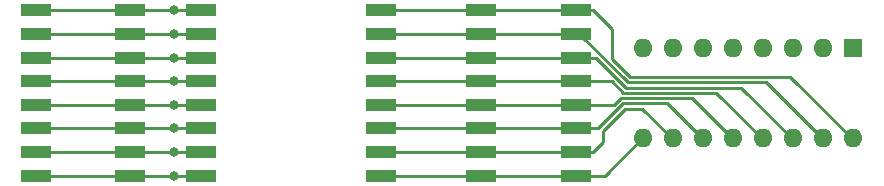
<source format=gbr>
G04 #@! TF.GenerationSoftware,KiCad,Pcbnew,(5.1.5)-3*
G04 #@! TF.CreationDate,2020-02-22T19:18:29-08:00*
G04 #@! TF.ProjectId,ESP07,45535030-372e-46b6-9963-61645f706362,rev?*
G04 #@! TF.SameCoordinates,Original*
G04 #@! TF.FileFunction,Copper,L1,Top*
G04 #@! TF.FilePolarity,Positive*
%FSLAX46Y46*%
G04 Gerber Fmt 4.6, Leading zero omitted, Abs format (unit mm)*
G04 Created by KiCad (PCBNEW (5.1.5)-3) date 2020-02-22 19:18:29*
%MOMM*%
%LPD*%
G04 APERTURE LIST*
%ADD10O,1.600000X1.600000*%
%ADD11R,1.600000X1.600000*%
%ADD12R,2.500000X1.000000*%
%ADD13C,0.800000*%
%ADD14C,0.250000*%
G04 APERTURE END LIST*
D10*
X200279000Y-104114600D03*
X182499000Y-96494600D03*
X197739000Y-104114600D03*
X185039000Y-96494600D03*
X195199000Y-104114600D03*
X187579000Y-96494600D03*
X192659000Y-104114600D03*
X190119000Y-96494600D03*
X190119000Y-104114600D03*
X192659000Y-96494600D03*
X187579000Y-104114600D03*
X195199000Y-96494600D03*
X185039000Y-104114600D03*
X197739000Y-96494600D03*
X182499000Y-104114600D03*
D11*
X200279000Y-96494600D03*
D12*
X176754000Y-105297000D03*
X176754000Y-107297000D03*
X176754000Y-103297000D03*
X176754000Y-95297000D03*
X176754000Y-93297000D03*
X176754000Y-97297000D03*
X176754000Y-99297000D03*
X176754000Y-101297000D03*
X168754000Y-107297000D03*
X168754000Y-97297000D03*
X168754000Y-105297000D03*
X168754000Y-103297000D03*
X168754000Y-101297000D03*
X168754000Y-95297000D03*
X168754000Y-93297000D03*
X168754000Y-99297000D03*
X131054000Y-99297000D03*
X131054000Y-101297000D03*
X131054000Y-93297000D03*
X131054000Y-103297000D03*
X131054000Y-95297000D03*
X131054000Y-107297000D03*
X131054000Y-97297000D03*
X131054000Y-105297000D03*
X139054000Y-93297000D03*
X139054000Y-97297000D03*
X139054000Y-105297000D03*
X139054000Y-95297000D03*
X139054000Y-99297000D03*
X139054000Y-101297000D03*
X139054000Y-103297000D03*
X139054000Y-107297000D03*
X145054000Y-93297000D03*
X145054000Y-95297000D03*
X145054000Y-97297000D03*
X145054000Y-99297000D03*
X145054000Y-101297000D03*
X145054000Y-103297000D03*
X145054000Y-105297000D03*
X145054000Y-107297000D03*
X160254000Y-107297000D03*
X160254000Y-105297000D03*
X160254000Y-103297000D03*
X160254000Y-101297000D03*
X160254000Y-99297000D03*
X160254000Y-97297000D03*
X160254000Y-95297000D03*
X160254000Y-93297000D03*
D13*
X142748000Y-99297000D03*
X142748000Y-101297000D03*
X142748000Y-93297000D03*
X142748000Y-103297000D03*
X142748000Y-95297000D03*
X142748000Y-107297000D03*
X142748000Y-97297000D03*
X142748000Y-105297000D03*
D14*
X161754000Y-105297000D02*
X176754000Y-105297000D01*
X160254000Y-105297000D02*
X161754000Y-105297000D01*
X179070000Y-104481000D02*
X179070000Y-103507820D01*
X176754000Y-105297000D02*
X178254000Y-105297000D01*
X178254000Y-105297000D02*
X179070000Y-104481000D01*
X179070000Y-103507820D02*
X180944760Y-101633060D01*
X182405060Y-101633060D02*
X184912000Y-104140000D01*
X180944760Y-101633060D02*
X182405060Y-101633060D01*
X160254000Y-107297000D02*
X176754000Y-107297000D01*
X179215000Y-107297000D02*
X176754000Y-107297000D01*
X182372000Y-104140000D02*
X179215000Y-107297000D01*
X160254000Y-103297000D02*
X176754000Y-103297000D01*
X184495050Y-101183050D02*
X187452000Y-104140000D01*
X180758360Y-101183050D02*
X184495050Y-101183050D01*
X176754000Y-103297000D02*
X178644410Y-103297000D01*
X178644410Y-103297000D02*
X180758360Y-101183050D01*
X160254000Y-95297000D02*
X176754000Y-95297000D01*
X177083590Y-95297000D02*
X181169600Y-99383010D01*
X176754000Y-95297000D02*
X177083590Y-95297000D01*
X192855010Y-99383010D02*
X197612000Y-104140000D01*
X181169600Y-99383010D02*
X192855010Y-99383010D01*
X161754000Y-93297000D02*
X176754000Y-93297000D01*
X160254000Y-93297000D02*
X161754000Y-93297000D01*
X178254000Y-93297000D02*
X179832000Y-94875000D01*
X176754000Y-93297000D02*
X178254000Y-93297000D01*
X179832000Y-94875000D02*
X179832000Y-97409000D01*
X179832000Y-97409000D02*
X181356000Y-98933000D01*
X194945000Y-98933000D02*
X200152000Y-104140000D01*
X181356000Y-98933000D02*
X194945000Y-98933000D01*
X161754000Y-97297000D02*
X176754000Y-97297000D01*
X160254000Y-97297000D02*
X161754000Y-97297000D01*
X178447180Y-97297000D02*
X180983200Y-99833020D01*
X176754000Y-97297000D02*
X178447180Y-97297000D01*
X190765020Y-99833020D02*
X195072000Y-104140000D01*
X180983200Y-99833020D02*
X190765020Y-99833020D01*
X161754000Y-99297000D02*
X176754000Y-99297000D01*
X160254000Y-99297000D02*
X161754000Y-99297000D01*
X176754000Y-99297000D02*
X179810770Y-99297000D01*
X179810770Y-99297000D02*
X180796800Y-100283030D01*
X188675030Y-100283030D02*
X192532000Y-104140000D01*
X180796800Y-100283030D02*
X188675030Y-100283030D01*
X161754000Y-101297000D02*
X176754000Y-101297000D01*
X160254000Y-101297000D02*
X161754000Y-101297000D01*
X176754000Y-101297000D02*
X180008000Y-101297000D01*
X180591180Y-100713820D02*
X180610400Y-100733040D01*
X180008000Y-101297000D02*
X180591180Y-100713820D01*
X186585040Y-100733040D02*
X189992000Y-104140000D01*
X180610400Y-100733040D02*
X186585040Y-100733040D01*
X145054000Y-99297000D02*
X131054000Y-99297000D01*
X145054000Y-101297000D02*
X131054000Y-101297000D01*
X145054000Y-93297000D02*
X131054000Y-93297000D01*
X145054000Y-103297000D02*
X131054000Y-103297000D01*
X145054000Y-95297000D02*
X131054000Y-95297000D01*
X145054000Y-107297000D02*
X131054000Y-107297000D01*
X145054000Y-97297000D02*
X131054000Y-97297000D01*
X145054000Y-105297000D02*
X131054000Y-105297000D01*
M02*

</source>
